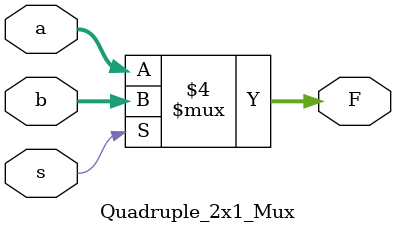
<source format=v>

module Quadruple_2x1_Mux(a,b,s,F);
input [0:3] a,b;
input s;
output reg [0:3] F;
always @ (a or b or s)
begin
if(s==0)
   F=a;
else 
   F=b;
end 

endmodule 




</source>
